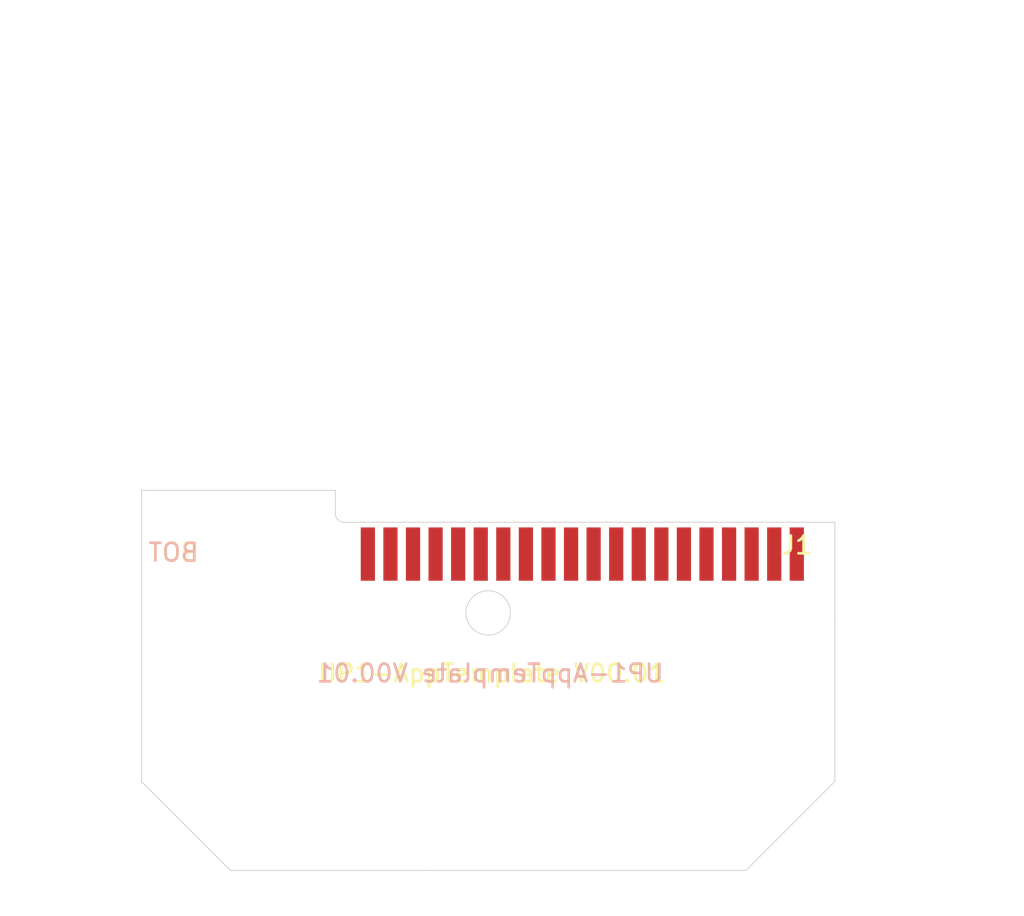
<source format=kicad_pcb>
(kicad_pcb (version 20171130) (host pcbnew "(5.1.4)-1")

  (general
    (thickness 1.6)
    (drawings 28)
    (tracks 0)
    (zones 0)
    (modules 1)
    (nets 21)
  )

  (page A4)
  (title_block
    (date 2022-02-11)
    (rev V00.01)
  )

  (layers
    (0 F.Cu signal)
    (31 B.Cu signal)
    (32 B.Adhes user)
    (33 F.Adhes user)
    (34 B.Paste user)
    (35 F.Paste user)
    (36 B.SilkS user)
    (37 F.SilkS user)
    (38 B.Mask user)
    (39 F.Mask user)
    (40 Dwgs.User user)
    (41 Cmts.User user)
    (42 Eco1.User user)
    (43 Eco2.User user)
    (44 Edge.Cuts user)
    (45 Margin user)
    (46 B.CrtYd user)
    (47 F.CrtYd user)
    (48 B.Fab user)
    (49 F.Fab user)
  )

  (setup
    (last_trace_width 0.16)
    (user_trace_width 0.2)
    (user_trace_width 0.25)
    (user_trace_width 0.3)
    (user_trace_width 0.4)
    (user_trace_width 0.5)
    (user_trace_width 1)
    (user_trace_width 0.2)
    (user_trace_width 0.25)
    (user_trace_width 0.3)
    (user_trace_width 0.4)
    (user_trace_width 0.5)
    (user_trace_width 1)
    (trace_clearance 0.16)
    (zone_clearance 0.3)
    (zone_45_only no)
    (trace_min 0.16)
    (via_size 0.6)
    (via_drill 0.3)
    (via_min_size 0.6)
    (via_min_drill 0.3)
    (user_via 1.5 1.3)
    (user_via 1.5 1.3)
    (uvia_size 0.3)
    (uvia_drill 0.1)
    (uvias_allowed no)
    (uvia_min_size 0.2)
    (uvia_min_drill 0.1)
    (edge_width 0.05)
    (segment_width 0.2)
    (pcb_text_width 0.3)
    (pcb_text_size 1.5 1.5)
    (mod_edge_width 0.12)
    (mod_text_size 1 1)
    (mod_text_width 0.15)
    (pad_size 3 8)
    (pad_drill 1.5)
    (pad_to_mask_clearance 0.051)
    (solder_mask_min_width 0.1)
    (aux_axis_origin 0 0)
    (grid_origin 120 80)
    (visible_elements 7FFFFFFF)
    (pcbplotparams
      (layerselection 0x010fc_ffffffff)
      (usegerberextensions false)
      (usegerberattributes false)
      (usegerberadvancedattributes false)
      (creategerberjobfile false)
      (excludeedgelayer true)
      (linewidth 0.100000)
      (plotframeref false)
      (viasonmask false)
      (mode 1)
      (useauxorigin false)
      (hpglpennumber 1)
      (hpglpenspeed 20)
      (hpglpendiameter 15.000000)
      (psnegative false)
      (psa4output false)
      (plotreference true)
      (plotvalue true)
      (plotinvisibletext false)
      (padsonsilk false)
      (subtractmaskfromsilk false)
      (outputformat 1)
      (mirror false)
      (drillshape 0)
      (scaleselection 1)
      (outputdirectory "gerbers/"))
  )

  (net 0 "")
  (net 1 GND)
  (net 2 5V)
  (net 3 3V3)
  (net 4 "Net-(J1-Pad20)")
  (net 5 "Net-(J1-Pad19)")
  (net 6 "Net-(J1-Pad18)")
  (net 7 "Net-(J1-Pad17)")
  (net 8 "Net-(J1-Pad16)")
  (net 9 "Net-(J1-Pad15)")
  (net 10 "Net-(J1-Pad14)")
  (net 11 "Net-(J1-Pad13)")
  (net 12 "Net-(J1-Pad12)")
  (net 13 "Net-(J1-Pad11)")
  (net 14 "Net-(J1-Pad10)")
  (net 15 "Net-(J1-Pad9)")
  (net 16 "Net-(J1-Pad8)")
  (net 17 "Net-(J1-Pad7)")
  (net 18 "Net-(J1-Pad6)")
  (net 19 "Net-(J1-Pad5)")
  (net 20 "Net-(J1-Pad4)")

  (net_class Default "This is the default net class."
    (clearance 0.16)
    (trace_width 0.16)
    (via_dia 0.6)
    (via_drill 0.3)
    (uvia_dia 0.3)
    (uvia_drill 0.1)
    (add_net 3V3)
    (add_net 5V)
    (add_net GND)
    (add_net "Net-(J1-Pad10)")
    (add_net "Net-(J1-Pad11)")
    (add_net "Net-(J1-Pad12)")
    (add_net "Net-(J1-Pad13)")
    (add_net "Net-(J1-Pad14)")
    (add_net "Net-(J1-Pad15)")
    (add_net "Net-(J1-Pad16)")
    (add_net "Net-(J1-Pad17)")
    (add_net "Net-(J1-Pad18)")
    (add_net "Net-(J1-Pad19)")
    (add_net "Net-(J1-Pad20)")
    (add_net "Net-(J1-Pad4)")
    (add_net "Net-(J1-Pad5)")
    (add_net "Net-(J1-Pad6)")
    (add_net "Net-(J1-Pad7)")
    (add_net "Net-(J1-Pad8)")
    (add_net "Net-(J1-Pad9)")
  )

  (module OpenKNX:OpenKNX_UP1-PCBConnector_1x20_App_3D (layer F.Cu) (tedit 620517AA) (tstamp 60F1D429)
    (at 126.86 122.19 180)
    (descr "Footprint for the connection to the UP1-Controller2040 with 3D-modell of the controller")
    (tags "OpenKNX UP1")
    (path /61F47946)
    (fp_text reference J1 (at 0 0.5) (layer F.SilkS)
      (effects (font (size 1 1) (thickness 0.15)))
    )
    (fp_text value OpenKNX_UP1-Controller2040 (at 0 -0.5) (layer F.Fab)
      (effects (font (size 1 1) (thickness 0.15)))
    )
    (pad 20 smd rect (at 24.13 0 270) (size 3 0.8) (layers F.Cu F.Paste F.Mask)
      (net 4 "Net-(J1-Pad20)"))
    (pad 19 smd rect (at 22.86 0 270) (size 3 0.8) (layers F.Cu F.Paste F.Mask)
      (net 5 "Net-(J1-Pad19)"))
    (pad 18 smd rect (at 21.59 0 270) (size 3 0.8) (layers F.Cu F.Paste F.Mask)
      (net 6 "Net-(J1-Pad18)"))
    (pad 17 smd rect (at 20.32 0 270) (size 3 0.8) (layers F.Cu F.Paste F.Mask)
      (net 7 "Net-(J1-Pad17)"))
    (pad 16 smd rect (at 19.05 0 270) (size 3 0.8) (layers F.Cu F.Paste F.Mask)
      (net 8 "Net-(J1-Pad16)"))
    (pad 15 smd rect (at 17.78 0 270) (size 3 0.8) (layers F.Cu F.Paste F.Mask)
      (net 9 "Net-(J1-Pad15)"))
    (pad 14 smd rect (at 16.51 0 270) (size 3 0.8) (layers F.Cu F.Paste F.Mask)
      (net 10 "Net-(J1-Pad14)"))
    (pad 13 smd rect (at 15.24 0 270) (size 3 0.8) (layers F.Cu F.Paste F.Mask)
      (net 11 "Net-(J1-Pad13)"))
    (pad 12 smd rect (at 13.97 0 270) (size 3 0.8) (layers F.Cu F.Paste F.Mask)
      (net 12 "Net-(J1-Pad12)"))
    (pad 11 smd rect (at 12.7 0 270) (size 3 0.8) (layers F.Cu F.Paste F.Mask)
      (net 13 "Net-(J1-Pad11)"))
    (pad 10 smd rect (at 11.43 0 270) (size 3 0.8) (layers F.Cu F.Paste F.Mask)
      (net 14 "Net-(J1-Pad10)"))
    (pad 9 smd rect (at 10.16 0 270) (size 3 0.8) (layers F.Cu F.Paste F.Mask)
      (net 15 "Net-(J1-Pad9)"))
    (pad 8 smd rect (at 8.89 0 270) (size 3 0.8) (layers F.Cu F.Paste F.Mask)
      (net 16 "Net-(J1-Pad8)"))
    (pad 7 smd rect (at 7.62 0 270) (size 3 0.8) (layers F.Cu F.Paste F.Mask)
      (net 17 "Net-(J1-Pad7)"))
    (pad 6 smd rect (at 6.35 0 270) (size 3 0.8) (layers F.Cu F.Paste F.Mask)
      (net 18 "Net-(J1-Pad6)"))
    (pad 5 smd rect (at 5.08 0 270) (size 3 0.8) (layers F.Cu F.Paste F.Mask)
      (net 19 "Net-(J1-Pad5)"))
    (pad 4 smd rect (at 3.81 0 270) (size 3 0.8) (layers F.Cu F.Paste F.Mask)
      (net 20 "Net-(J1-Pad4)"))
    (pad 3 smd rect (at 2.54 0 270) (size 3 0.8) (layers F.Cu F.Paste F.Mask)
      (net 2 5V))
    (pad 2 smd rect (at 1.27 0 270) (size 3 0.8) (layers F.Cu F.Paste F.Mask)
      (net 3 3V3))
    (pad 1 smd rect (at 0 0 270) (size 3 0.8) (layers F.Cu F.Paste F.Mask)
      (net 1 GND))
    (model ${OPENKNX_3D}/UP1-Controller2040_V00.01.step
      (offset (xyz 6.9 -42.2 -0.07000000000000001))
      (scale (xyz 1 1 1))
      (rotate (xyz 0 0 180))
    )
  )

  (gr_text "OpenKNX UP1-Controller2040" (at 113.85 107.1) (layer Eco2.User) (tstamp 61F4CAB7)
    (effects (font (size 1 1) (thickness 0.15)))
  )
  (gr_line (start 106 140) (end 124 140) (layer Edge.Cuts) (width 0.05) (tstamp 61F4CAB6))
  (gr_line (start 129 120.4) (end 129 126) (layer Edge.Cuts) (width 0.05) (tstamp 61F4CAB5))
  (gr_arc (start 101.4 119.9) (end 100.9 119.9) (angle -90) (layer Edge.Cuts) (width 0.05) (tstamp 61F4CAB4))
  (gr_line (start 100.9 118.6) (end 100.9 119.9) (layer Edge.Cuts) (width 0.05) (tstamp 61F4CAB3))
  (gr_line (start 129 135) (end 124 140) (layer Edge.Cuts) (width 0.05) (tstamp 61F4CAB2))
  (gr_line (start 129 120.4) (end 101.4 120.4) (layer Edge.Cuts) (width 0.05) (tstamp 61F4CAB1))
  (gr_line (start 90 118.6) (end 90 135) (layer Edge.Cuts) (width 0.05) (tstamp 61F4CAB0))
  (gr_line (start 129 126) (end 129 135) (layer Edge.Cuts) (width 0.05) (tstamp 61F4CAAF))
  (gr_line (start 95 140) (end 90 135) (layer Edge.Cuts) (width 0.05) (tstamp 61F4CAAE))
  (gr_line (start 95 140) (end 106 140) (layer Edge.Cuts) (width 0.05) (tstamp 61F4CAAD))
  (gr_line (start 129 118.6) (end 129 106) (layer Eco2.User) (width 0.15) (tstamp 61F4CAAC))
  (gr_line (start 124 101) (end 129 106) (layer Eco2.User) (width 0.15) (tstamp 61F4CAAB))
  (dimension 5 (width 0.15) (layer Eco2.User) (tstamp 61F4CAA9)
    (gr_text "5.000 mm" (at 92.5 97.7) (layer Eco2.User) (tstamp 61F4CAA9)
      (effects (font (size 1 1) (thickness 0.15)))
    )
    (feature1 (pts (xy 90 100) (xy 90 98.413579)))
    (feature2 (pts (xy 95 100) (xy 95 98.413579)))
    (crossbar (pts (xy 95 99) (xy 90 99)))
    (arrow1a (pts (xy 90 99) (xy 91.126504 98.413579)))
    (arrow1b (pts (xy 90 99) (xy 91.126504 99.586421)))
    (arrow2a (pts (xy 95 99) (xy 93.873496 98.413579)))
    (arrow2b (pts (xy 95 99) (xy 93.873496 99.586421)))
  )
  (gr_line (start 90 118.6) (end 90 106) (layer Eco2.User) (width 0.15) (tstamp 61F4CAA8))
  (dimension 39 (width 0.15) (layer Eco2.User) (tstamp 61F4CAA6)
    (gr_text "39.000 mm" (at 138.3 120.5 270) (layer Eco2.User) (tstamp 61F4CAA6)
      (effects (font (size 1 1) (thickness 0.15)))
    )
    (feature1 (pts (xy 131 140) (xy 137.586421 140)))
    (feature2 (pts (xy 131 101) (xy 137.586421 101)))
    (crossbar (pts (xy 137 101) (xy 137 140)))
    (arrow1a (pts (xy 137 140) (xy 136.413579 138.873496)))
    (arrow1b (pts (xy 137 140) (xy 137.586421 138.873496)))
    (arrow2a (pts (xy 137 101) (xy 136.413579 102.126504)))
    (arrow2b (pts (xy 137 101) (xy 137.586421 102.126504)))
  )
  (dimension 39 (width 0.15) (layer Eco2.User) (tstamp 61F4CAA4)
    (gr_text "39.000 mm" (at 109.5 91.7) (layer Eco2.User) (tstamp 61F4CAA4)
      (effects (font (size 1 1) (thickness 0.15)))
    )
    (feature1 (pts (xy 90 100) (xy 90 92.413579)))
    (feature2 (pts (xy 129 100) (xy 129 92.413579)))
    (crossbar (pts (xy 129 93) (xy 90 93)))
    (arrow1a (pts (xy 90 93) (xy 91.126504 92.413579)))
    (arrow1b (pts (xy 90 93) (xy 91.126504 93.586421)))
    (arrow2a (pts (xy 129 93) (xy 127.873496 92.413579)))
    (arrow2b (pts (xy 129 93) (xy 127.873496 93.586421)))
  )
  (dimension 5 (width 0.15) (layer Eco2.User) (tstamp 61F4CAA2)
    (gr_text "5.000 mm" (at 85.7 103.5 270) (layer Eco2.User) (tstamp 61F4CAA2)
      (effects (font (size 1 1) (thickness 0.15)))
    )
    (feature1 (pts (xy 89 106) (xy 86.413579 106)))
    (feature2 (pts (xy 89 101) (xy 86.413579 101)))
    (crossbar (pts (xy 87 101) (xy 87 106)))
    (arrow1a (pts (xy 87 106) (xy 86.413579 104.873496)))
    (arrow1b (pts (xy 87 106) (xy 87.586421 104.873496)))
    (arrow2a (pts (xy 87 101) (xy 86.413579 102.126504)))
    (arrow2b (pts (xy 87 101) (xy 87.586421 102.126504)))
  )
  (gr_line (start 90 118.6) (end 100.9 118.6) (layer Edge.Cuts) (width 0.05) (tstamp 61F4CAA1))
  (gr_circle (center 109.5 125.5) (end 109.5 124.25) (layer Edge.Cuts) (width 0.05) (tstamp 61F4CAA0))
  (gr_line (start 124 101) (end 95 101) (layer Eco2.User) (width 0.15) (tstamp 61F4CA9F))
  (gr_line (start 129 118.6) (end 90 118.6) (layer Eco2.User) (width 0.15) (tstamp 61F4CA9E))
  (gr_line (start 90 106) (end 95 101) (layer Eco2.User) (width 0.15) (tstamp 61F4CA9D))
  (gr_text "UP1-AppTemplate V00.01" (at 109.7 128.9) (layer F.SilkS)
    (effects (font (size 1 1) (thickness 0.15)))
  )
  (gr_text BOT (at 91.8 122.1) (layer B.SilkS)
    (effects (font (size 1 1) (thickness 0.15)) (justify mirror))
  )
  (gr_line (start 109.5 142.5) (end 109.5 97.5) (layer Eco1.User) (width 0.15))
  (gr_text "UP1-AppTemplate V00.01" (at 109.6 128.9) (layer B.SilkS)
    (effects (font (size 1 1) (thickness 0.15)) (justify mirror))
  )
  (gr_text TOP (at 91.8 122.1) (layer F.SilkS)
    (effects (font (size 1 1) (thickness 0.15)))
  )

)

</source>
